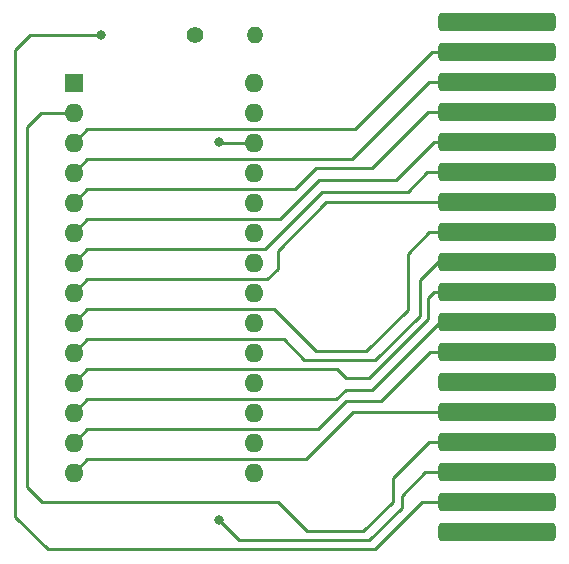
<source format=gbl>
G04 #@! TF.GenerationSoftware,KiCad,Pcbnew,8.0.1*
G04 #@! TF.CreationDate,2024-04-03T00:25:31+02:00*
G04 #@! TF.ProjectId,vectrex_cart_v1,76656374-7265-4785-9f63-6172745f7631,V0.1*
G04 #@! TF.SameCoordinates,Original*
G04 #@! TF.FileFunction,Copper,L2,Bot*
G04 #@! TF.FilePolarity,Positive*
%FSLAX46Y46*%
G04 Gerber Fmt 4.6, Leading zero omitted, Abs format (unit mm)*
G04 Created by KiCad (PCBNEW 8.0.1) date 2024-04-03 00:25:31*
%MOMM*%
%LPD*%
G01*
G04 APERTURE LIST*
G04 Aperture macros list*
%AMRoundRect*
0 Rectangle with rounded corners*
0 $1 Rounding radius*
0 $2 $3 $4 $5 $6 $7 $8 $9 X,Y pos of 4 corners*
0 Add a 4 corners polygon primitive as box body*
4,1,4,$2,$3,$4,$5,$6,$7,$8,$9,$2,$3,0*
0 Add four circle primitives for the rounded corners*
1,1,$1+$1,$2,$3*
1,1,$1+$1,$4,$5*
1,1,$1+$1,$6,$7*
1,1,$1+$1,$8,$9*
0 Add four rect primitives between the rounded corners*
20,1,$1+$1,$2,$3,$4,$5,0*
20,1,$1+$1,$4,$5,$6,$7,0*
20,1,$1+$1,$6,$7,$8,$9,0*
20,1,$1+$1,$8,$9,$2,$3,0*%
G04 Aperture macros list end*
G04 #@! TA.AperFunction,ConnectorPad*
%ADD10RoundRect,0.400000X4.600000X-0.400000X4.600000X0.400000X-4.600000X0.400000X-4.600000X-0.400000X0*%
G04 #@! TD*
G04 #@! TA.AperFunction,ComponentPad*
%ADD11C,1.400000*%
G04 #@! TD*
G04 #@! TA.AperFunction,ComponentPad*
%ADD12O,1.400000X1.400000*%
G04 #@! TD*
G04 #@! TA.AperFunction,ComponentPad*
%ADD13R,1.600000X1.600000*%
G04 #@! TD*
G04 #@! TA.AperFunction,ComponentPad*
%ADD14O,1.600000X1.600000*%
G04 #@! TD*
G04 #@! TA.AperFunction,ViaPad*
%ADD15C,0.800000*%
G04 #@! TD*
G04 #@! TA.AperFunction,Conductor*
%ADD16C,0.250000*%
G04 #@! TD*
G04 APERTURE END LIST*
D10*
X130810200Y-46400200D03*
X130810200Y-48940200D03*
X130810200Y-51480200D03*
X130810200Y-54020200D03*
X130810200Y-56560200D03*
X130810200Y-59100200D03*
X130810200Y-61640200D03*
X130810200Y-64180200D03*
X130810200Y-66720200D03*
X130810200Y-69260200D03*
X130810200Y-71800200D03*
X130810200Y-74340200D03*
X130810200Y-76880200D03*
X130810200Y-79420200D03*
X130810200Y-81960200D03*
X130810200Y-84500200D03*
X130810200Y-87040200D03*
X130810200Y-89580200D03*
D11*
X105210000Y-47500000D03*
D12*
X110290000Y-47500000D03*
D13*
X95000000Y-51500000D03*
D14*
X95000000Y-54040000D03*
X95000000Y-56580000D03*
X95000000Y-59120000D03*
X95000000Y-61660000D03*
X95000000Y-64200000D03*
X95000000Y-66740000D03*
X95000000Y-69280000D03*
X95000000Y-71820000D03*
X95000000Y-74360000D03*
X95000000Y-76900000D03*
X95000000Y-79440000D03*
X95000000Y-81980000D03*
X95000000Y-84520000D03*
X110240000Y-84520000D03*
X110240000Y-81980000D03*
X110240000Y-79440000D03*
X110240000Y-76900000D03*
X110240000Y-74360000D03*
X110240000Y-71820000D03*
X110240000Y-69280000D03*
X110240000Y-66740000D03*
X110240000Y-64200000D03*
X110240000Y-61660000D03*
X110240000Y-59120000D03*
X110240000Y-56580000D03*
X110240000Y-54040000D03*
X110240000Y-51500000D03*
D15*
X107250000Y-88500000D03*
X107250000Y-56500000D03*
X97250000Y-47500000D03*
D16*
X95000000Y-54040000D02*
X92210000Y-54040000D01*
X112250000Y-87000000D02*
X114750000Y-89500000D01*
X92210000Y-54040000D02*
X91000000Y-55250000D01*
X91000000Y-55250000D02*
X91000000Y-85750000D01*
X91000000Y-85750000D02*
X92250000Y-87000000D01*
X92250000Y-87000000D02*
X112250000Y-87000000D01*
X114750000Y-89500000D02*
X119500000Y-89500000D01*
X119500000Y-89500000D02*
X122000000Y-87000000D01*
X122000000Y-87000000D02*
X122000000Y-85000000D01*
X122000000Y-85000000D02*
X125039800Y-81960200D01*
X125039800Y-81960200D02*
X126810200Y-81960200D01*
X97250000Y-47500000D02*
X91250000Y-47500000D01*
X90000000Y-48750000D02*
X90000000Y-88250000D01*
X90000000Y-88250000D02*
X92750000Y-91000000D01*
X91250000Y-47500000D02*
X90000000Y-48750000D01*
X92750000Y-91000000D02*
X120500000Y-91000000D01*
X120500000Y-91000000D02*
X124459800Y-87040200D01*
X124459800Y-87040200D02*
X126810200Y-87040200D01*
X107250000Y-88500000D02*
X109000000Y-90250000D01*
X109000000Y-90250000D02*
X120000000Y-90250000D01*
X120000000Y-90250000D02*
X122750000Y-87500000D01*
X122750000Y-87500000D02*
X122750000Y-86500000D01*
X122750000Y-86500000D02*
X124749800Y-84500200D01*
X124749800Y-84500200D02*
X126810200Y-84500200D01*
X110240000Y-56580000D02*
X107330000Y-56580000D01*
X107330000Y-56580000D02*
X107250000Y-56500000D01*
X95000000Y-71820000D02*
X96125000Y-70695000D01*
X96125000Y-70695000D02*
X111945000Y-70695000D01*
X123250000Y-70750000D02*
X123250000Y-66000000D01*
X111945000Y-70695000D02*
X115500000Y-74250000D01*
X115500000Y-74250000D02*
X119750000Y-74250000D01*
X119750000Y-74250000D02*
X123250000Y-70750000D01*
X123250000Y-66000000D02*
X125069800Y-64180200D01*
X125069800Y-64180200D02*
X126810200Y-64180200D01*
X95000000Y-74360000D02*
X96125000Y-73235000D01*
X96125000Y-73235000D02*
X112735000Y-73235000D01*
X112735000Y-73235000D02*
X114500000Y-75000000D01*
X114500000Y-75000000D02*
X120500000Y-75000000D01*
X120500000Y-75000000D02*
X124250000Y-71250000D01*
X124250000Y-71250000D02*
X124250000Y-68250000D01*
X124250000Y-68250000D02*
X125779800Y-66720200D01*
X125779800Y-66720200D02*
X126810200Y-66720200D01*
X95000000Y-76900000D02*
X96125000Y-75775000D01*
X118000000Y-76500000D02*
X120000000Y-76500000D01*
X96125000Y-75775000D02*
X117275000Y-75775000D01*
X117275000Y-75775000D02*
X118000000Y-76500000D01*
X120000000Y-76500000D02*
X125000000Y-71500000D01*
X125000000Y-71500000D02*
X125000000Y-69750000D01*
X125000000Y-69750000D02*
X125489800Y-69260200D01*
X125489800Y-69260200D02*
X126810200Y-69260200D01*
X118000000Y-77500000D02*
X120250000Y-77500000D01*
X96125000Y-78315000D02*
X117185000Y-78315000D01*
X117185000Y-78315000D02*
X118000000Y-77500000D01*
X95000000Y-79440000D02*
X96125000Y-78315000D01*
X120250000Y-77500000D02*
X125949800Y-71800200D01*
X125949800Y-71800200D02*
X126810200Y-71800200D01*
X126810200Y-74340200D02*
X125159800Y-74340200D01*
X96125000Y-80855000D02*
X95000000Y-81980000D01*
X121000000Y-78500000D02*
X118000000Y-78500000D01*
X125159800Y-74340200D02*
X121000000Y-78500000D01*
X118000000Y-78500000D02*
X115645000Y-80855000D01*
X115645000Y-80855000D02*
X96125000Y-80855000D01*
X95000000Y-56580000D02*
X96125000Y-55455000D01*
X96125000Y-55455000D02*
X118795000Y-55455000D01*
X118795000Y-55455000D02*
X125309800Y-48940200D01*
X125309800Y-48940200D02*
X126810200Y-48940200D01*
X95000000Y-59120000D02*
X96125000Y-57995000D01*
X96125000Y-57995000D02*
X118505000Y-57995000D01*
X118505000Y-57995000D02*
X125019800Y-51480200D01*
X125019800Y-51480200D02*
X126810200Y-51480200D01*
X96125000Y-60535000D02*
X113715000Y-60535000D01*
X113715000Y-60535000D02*
X115500000Y-58750000D01*
X115500000Y-58750000D02*
X120250000Y-58750000D01*
X95000000Y-61660000D02*
X96125000Y-60535000D01*
X120250000Y-58750000D02*
X124979800Y-54020200D01*
X124979800Y-54020200D02*
X126810200Y-54020200D01*
X95000000Y-64200000D02*
X96125000Y-63075000D01*
X122250000Y-59750000D02*
X125439800Y-56560200D01*
X96125000Y-63075000D02*
X112425000Y-63075000D01*
X112425000Y-63075000D02*
X115750000Y-59750000D01*
X115750000Y-59750000D02*
X122250000Y-59750000D01*
X125439800Y-56560200D02*
X126810200Y-56560200D01*
X95000000Y-66740000D02*
X96125000Y-65615000D01*
X96125000Y-65615000D02*
X111135000Y-65615000D01*
X111135000Y-65615000D02*
X116000000Y-60750000D01*
X123250000Y-60750000D02*
X124899800Y-59100200D01*
X116000000Y-60750000D02*
X123250000Y-60750000D01*
X124899800Y-59100200D02*
X126810200Y-59100200D01*
X95000000Y-69280000D02*
X96125000Y-68155000D01*
X96125000Y-68155000D02*
X111345000Y-68155000D01*
X111345000Y-68155000D02*
X112250000Y-67250000D01*
X112250000Y-67250000D02*
X112250000Y-65750000D01*
X112250000Y-65750000D02*
X116359800Y-61640200D01*
X116359800Y-61640200D02*
X126810200Y-61640200D01*
X95000000Y-84520000D02*
X96125000Y-83395000D01*
X96125000Y-83395000D02*
X114605000Y-83395000D01*
X114605000Y-83395000D02*
X118579800Y-79420200D01*
X118579800Y-79420200D02*
X126810200Y-79420200D01*
M02*

</source>
